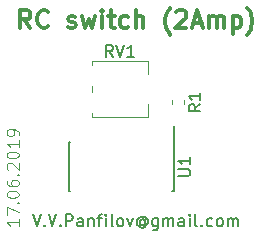
<source format=gbr>
G04 #@! TF.GenerationSoftware,KiCad,Pcbnew,(5.1.0)-1*
G04 #@! TF.CreationDate,2019-06-17T22:32:11+07:00*
G04 #@! TF.ProjectId,RCswitch2,52437377-6974-4636-9832-2e6b69636164,rev?*
G04 #@! TF.SameCoordinates,Original*
G04 #@! TF.FileFunction,Legend,Top*
G04 #@! TF.FilePolarity,Positive*
%FSLAX46Y46*%
G04 Gerber Fmt 4.6, Leading zero omitted, Abs format (unit mm)*
G04 Created by KiCad (PCBNEW (5.1.0)-1) date 2019-06-17 22:32:11*
%MOMM*%
%LPD*%
G04 APERTURE LIST*
%ADD10C,0.100000*%
%ADD11C,0.200000*%
%ADD12C,0.300000*%
%ADD13C,0.150000*%
%ADD14C,0.120000*%
%ADD15R,0.702000X1.602000*%
%ADD16R,1.402000X1.402000*%
%ADD17R,1.402000X2.102000*%
%ADD18C,1.052000*%
%ADD19R,1.802000X1.802000*%
%ADD20O,1.802000X1.802000*%
%ADD21C,1.842000*%
%ADD22O,2.302000X1.842000*%
G04 APERTURE END LIST*
D10*
X29281380Y-56863809D02*
X29281380Y-57435238D01*
X29281380Y-57149523D02*
X28281380Y-57149523D01*
X28424238Y-57244761D01*
X28519476Y-57340000D01*
X28567095Y-57435238D01*
X28281380Y-56530476D02*
X28281380Y-55863809D01*
X29281380Y-56292380D01*
X29186142Y-55482857D02*
X29233761Y-55435238D01*
X29281380Y-55482857D01*
X29233761Y-55530476D01*
X29186142Y-55482857D01*
X29281380Y-55482857D01*
X28281380Y-54816190D02*
X28281380Y-54720952D01*
X28329000Y-54625714D01*
X28376619Y-54578095D01*
X28471857Y-54530476D01*
X28662333Y-54482857D01*
X28900428Y-54482857D01*
X29090904Y-54530476D01*
X29186142Y-54578095D01*
X29233761Y-54625714D01*
X29281380Y-54720952D01*
X29281380Y-54816190D01*
X29233761Y-54911428D01*
X29186142Y-54959047D01*
X29090904Y-55006666D01*
X28900428Y-55054285D01*
X28662333Y-55054285D01*
X28471857Y-55006666D01*
X28376619Y-54959047D01*
X28329000Y-54911428D01*
X28281380Y-54816190D01*
X28281380Y-53625714D02*
X28281380Y-53816190D01*
X28329000Y-53911428D01*
X28376619Y-53959047D01*
X28519476Y-54054285D01*
X28709952Y-54101904D01*
X29090904Y-54101904D01*
X29186142Y-54054285D01*
X29233761Y-54006666D01*
X29281380Y-53911428D01*
X29281380Y-53720952D01*
X29233761Y-53625714D01*
X29186142Y-53578095D01*
X29090904Y-53530476D01*
X28852809Y-53530476D01*
X28757571Y-53578095D01*
X28709952Y-53625714D01*
X28662333Y-53720952D01*
X28662333Y-53911428D01*
X28709952Y-54006666D01*
X28757571Y-54054285D01*
X28852809Y-54101904D01*
X29186142Y-53101904D02*
X29233761Y-53054285D01*
X29281380Y-53101904D01*
X29233761Y-53149523D01*
X29186142Y-53101904D01*
X29281380Y-53101904D01*
X28376619Y-52673333D02*
X28329000Y-52625714D01*
X28281380Y-52530476D01*
X28281380Y-52292380D01*
X28329000Y-52197142D01*
X28376619Y-52149523D01*
X28471857Y-52101904D01*
X28567095Y-52101904D01*
X28709952Y-52149523D01*
X29281380Y-52720952D01*
X29281380Y-52101904D01*
X28281380Y-51482857D02*
X28281380Y-51387619D01*
X28329000Y-51292380D01*
X28376619Y-51244761D01*
X28471857Y-51197142D01*
X28662333Y-51149523D01*
X28900428Y-51149523D01*
X29090904Y-51197142D01*
X29186142Y-51244761D01*
X29233761Y-51292380D01*
X29281380Y-51387619D01*
X29281380Y-51482857D01*
X29233761Y-51578095D01*
X29186142Y-51625714D01*
X29090904Y-51673333D01*
X28900428Y-51720952D01*
X28662333Y-51720952D01*
X28471857Y-51673333D01*
X28376619Y-51625714D01*
X28329000Y-51578095D01*
X28281380Y-51482857D01*
X29281380Y-50197142D02*
X29281380Y-50768571D01*
X29281380Y-50482857D02*
X28281380Y-50482857D01*
X28424238Y-50578095D01*
X28519476Y-50673333D01*
X28567095Y-50768571D01*
X29281380Y-49720952D02*
X29281380Y-49530476D01*
X29233761Y-49435238D01*
X29186142Y-49387619D01*
X29043285Y-49292380D01*
X28852809Y-49244761D01*
X28471857Y-49244761D01*
X28376619Y-49292380D01*
X28329000Y-49340000D01*
X28281380Y-49435238D01*
X28281380Y-49625714D01*
X28329000Y-49720952D01*
X28376619Y-49768571D01*
X28471857Y-49816190D01*
X28709952Y-49816190D01*
X28805190Y-49768571D01*
X28852809Y-49720952D01*
X28900428Y-49625714D01*
X28900428Y-49435238D01*
X28852809Y-49340000D01*
X28805190Y-49292380D01*
X28709952Y-49244761D01*
D11*
X30481095Y-56475380D02*
X30814428Y-57475380D01*
X31147761Y-56475380D01*
X31481095Y-57380142D02*
X31528714Y-57427761D01*
X31481095Y-57475380D01*
X31433476Y-57427761D01*
X31481095Y-57380142D01*
X31481095Y-57475380D01*
X31814428Y-56475380D02*
X32147761Y-57475380D01*
X32481095Y-56475380D01*
X32814428Y-57380142D02*
X32862047Y-57427761D01*
X32814428Y-57475380D01*
X32766809Y-57427761D01*
X32814428Y-57380142D01*
X32814428Y-57475380D01*
X33290619Y-57475380D02*
X33290619Y-56475380D01*
X33671571Y-56475380D01*
X33766809Y-56523000D01*
X33814428Y-56570619D01*
X33862047Y-56665857D01*
X33862047Y-56808714D01*
X33814428Y-56903952D01*
X33766809Y-56951571D01*
X33671571Y-56999190D01*
X33290619Y-56999190D01*
X34719190Y-57475380D02*
X34719190Y-56951571D01*
X34671571Y-56856333D01*
X34576333Y-56808714D01*
X34385857Y-56808714D01*
X34290619Y-56856333D01*
X34719190Y-57427761D02*
X34623952Y-57475380D01*
X34385857Y-57475380D01*
X34290619Y-57427761D01*
X34243000Y-57332523D01*
X34243000Y-57237285D01*
X34290619Y-57142047D01*
X34385857Y-57094428D01*
X34623952Y-57094428D01*
X34719190Y-57046809D01*
X35195380Y-56808714D02*
X35195380Y-57475380D01*
X35195380Y-56903952D02*
X35243000Y-56856333D01*
X35338238Y-56808714D01*
X35481095Y-56808714D01*
X35576333Y-56856333D01*
X35623952Y-56951571D01*
X35623952Y-57475380D01*
X35957285Y-56808714D02*
X36338238Y-56808714D01*
X36100142Y-57475380D02*
X36100142Y-56618238D01*
X36147761Y-56523000D01*
X36243000Y-56475380D01*
X36338238Y-56475380D01*
X36671571Y-57475380D02*
X36671571Y-56808714D01*
X36671571Y-56475380D02*
X36623952Y-56523000D01*
X36671571Y-56570619D01*
X36719190Y-56523000D01*
X36671571Y-56475380D01*
X36671571Y-56570619D01*
X37290619Y-57475380D02*
X37195380Y-57427761D01*
X37147761Y-57332523D01*
X37147761Y-56475380D01*
X37814428Y-57475380D02*
X37719190Y-57427761D01*
X37671571Y-57380142D01*
X37623952Y-57284904D01*
X37623952Y-56999190D01*
X37671571Y-56903952D01*
X37719190Y-56856333D01*
X37814428Y-56808714D01*
X37957285Y-56808714D01*
X38052523Y-56856333D01*
X38100142Y-56903952D01*
X38147761Y-56999190D01*
X38147761Y-57284904D01*
X38100142Y-57380142D01*
X38052523Y-57427761D01*
X37957285Y-57475380D01*
X37814428Y-57475380D01*
X38481095Y-56808714D02*
X38719190Y-57475380D01*
X38957285Y-56808714D01*
X39957285Y-56999190D02*
X39909666Y-56951571D01*
X39814428Y-56903952D01*
X39719190Y-56903952D01*
X39623952Y-56951571D01*
X39576333Y-56999190D01*
X39528714Y-57094428D01*
X39528714Y-57189666D01*
X39576333Y-57284904D01*
X39623952Y-57332523D01*
X39719190Y-57380142D01*
X39814428Y-57380142D01*
X39909666Y-57332523D01*
X39957285Y-57284904D01*
X39957285Y-56903952D02*
X39957285Y-57284904D01*
X40004904Y-57332523D01*
X40052523Y-57332523D01*
X40147761Y-57284904D01*
X40195380Y-57189666D01*
X40195380Y-56951571D01*
X40100142Y-56808714D01*
X39957285Y-56713476D01*
X39766809Y-56665857D01*
X39576333Y-56713476D01*
X39433476Y-56808714D01*
X39338238Y-56951571D01*
X39290619Y-57142047D01*
X39338238Y-57332523D01*
X39433476Y-57475380D01*
X39576333Y-57570619D01*
X39766809Y-57618238D01*
X39957285Y-57570619D01*
X40100142Y-57475380D01*
X41052523Y-56808714D02*
X41052523Y-57618238D01*
X41004904Y-57713476D01*
X40957285Y-57761095D01*
X40862047Y-57808714D01*
X40719190Y-57808714D01*
X40623952Y-57761095D01*
X41052523Y-57427761D02*
X40957285Y-57475380D01*
X40766809Y-57475380D01*
X40671571Y-57427761D01*
X40623952Y-57380142D01*
X40576333Y-57284904D01*
X40576333Y-56999190D01*
X40623952Y-56903952D01*
X40671571Y-56856333D01*
X40766809Y-56808714D01*
X40957285Y-56808714D01*
X41052523Y-56856333D01*
X41528714Y-57475380D02*
X41528714Y-56808714D01*
X41528714Y-56903952D02*
X41576333Y-56856333D01*
X41671571Y-56808714D01*
X41814428Y-56808714D01*
X41909666Y-56856333D01*
X41957285Y-56951571D01*
X41957285Y-57475380D01*
X41957285Y-56951571D02*
X42004904Y-56856333D01*
X42100142Y-56808714D01*
X42243000Y-56808714D01*
X42338238Y-56856333D01*
X42385857Y-56951571D01*
X42385857Y-57475380D01*
X43290619Y-57475380D02*
X43290619Y-56951571D01*
X43243000Y-56856333D01*
X43147761Y-56808714D01*
X42957285Y-56808714D01*
X42862047Y-56856333D01*
X43290619Y-57427761D02*
X43195380Y-57475380D01*
X42957285Y-57475380D01*
X42862047Y-57427761D01*
X42814428Y-57332523D01*
X42814428Y-57237285D01*
X42862047Y-57142047D01*
X42957285Y-57094428D01*
X43195380Y-57094428D01*
X43290619Y-57046809D01*
X43766809Y-57475380D02*
X43766809Y-56808714D01*
X43766809Y-56475380D02*
X43719190Y-56523000D01*
X43766809Y-56570619D01*
X43814428Y-56523000D01*
X43766809Y-56475380D01*
X43766809Y-56570619D01*
X44385857Y-57475380D02*
X44290619Y-57427761D01*
X44243000Y-57332523D01*
X44243000Y-56475380D01*
X44766809Y-57380142D02*
X44814428Y-57427761D01*
X44766809Y-57475380D01*
X44719190Y-57427761D01*
X44766809Y-57380142D01*
X44766809Y-57475380D01*
X45671571Y-57427761D02*
X45576333Y-57475380D01*
X45385857Y-57475380D01*
X45290619Y-57427761D01*
X45243000Y-57380142D01*
X45195380Y-57284904D01*
X45195380Y-56999190D01*
X45243000Y-56903952D01*
X45290619Y-56856333D01*
X45385857Y-56808714D01*
X45576333Y-56808714D01*
X45671571Y-56856333D01*
X46243000Y-57475380D02*
X46147761Y-57427761D01*
X46100142Y-57380142D01*
X46052523Y-57284904D01*
X46052523Y-56999190D01*
X46100142Y-56903952D01*
X46147761Y-56856333D01*
X46243000Y-56808714D01*
X46385857Y-56808714D01*
X46481095Y-56856333D01*
X46528714Y-56903952D01*
X46576333Y-56999190D01*
X46576333Y-57284904D01*
X46528714Y-57380142D01*
X46481095Y-57427761D01*
X46385857Y-57475380D01*
X46243000Y-57475380D01*
X47004904Y-57475380D02*
X47004904Y-56808714D01*
X47004904Y-56903952D02*
X47052523Y-56856333D01*
X47147761Y-56808714D01*
X47290619Y-56808714D01*
X47385857Y-56856333D01*
X47433476Y-56951571D01*
X47433476Y-57475380D01*
X47433476Y-56951571D02*
X47481095Y-56856333D01*
X47576333Y-56808714D01*
X47719190Y-56808714D01*
X47814428Y-56856333D01*
X47862047Y-56951571D01*
X47862047Y-57475380D01*
D12*
X30278714Y-40683571D02*
X29778714Y-39969285D01*
X29421571Y-40683571D02*
X29421571Y-39183571D01*
X29993000Y-39183571D01*
X30135857Y-39255000D01*
X30207285Y-39326428D01*
X30278714Y-39469285D01*
X30278714Y-39683571D01*
X30207285Y-39826428D01*
X30135857Y-39897857D01*
X29993000Y-39969285D01*
X29421571Y-39969285D01*
X31778714Y-40540714D02*
X31707285Y-40612142D01*
X31493000Y-40683571D01*
X31350142Y-40683571D01*
X31135857Y-40612142D01*
X30993000Y-40469285D01*
X30921571Y-40326428D01*
X30850142Y-40040714D01*
X30850142Y-39826428D01*
X30921571Y-39540714D01*
X30993000Y-39397857D01*
X31135857Y-39255000D01*
X31350142Y-39183571D01*
X31493000Y-39183571D01*
X31707285Y-39255000D01*
X31778714Y-39326428D01*
X33493000Y-40612142D02*
X33635857Y-40683571D01*
X33921571Y-40683571D01*
X34064428Y-40612142D01*
X34135857Y-40469285D01*
X34135857Y-40397857D01*
X34064428Y-40255000D01*
X33921571Y-40183571D01*
X33707285Y-40183571D01*
X33564428Y-40112142D01*
X33493000Y-39969285D01*
X33493000Y-39897857D01*
X33564428Y-39755000D01*
X33707285Y-39683571D01*
X33921571Y-39683571D01*
X34064428Y-39755000D01*
X34635857Y-39683571D02*
X34921571Y-40683571D01*
X35207285Y-39969285D01*
X35493000Y-40683571D01*
X35778714Y-39683571D01*
X36350142Y-40683571D02*
X36350142Y-39683571D01*
X36350142Y-39183571D02*
X36278714Y-39255000D01*
X36350142Y-39326428D01*
X36421571Y-39255000D01*
X36350142Y-39183571D01*
X36350142Y-39326428D01*
X36850142Y-39683571D02*
X37421571Y-39683571D01*
X37064428Y-39183571D02*
X37064428Y-40469285D01*
X37135857Y-40612142D01*
X37278714Y-40683571D01*
X37421571Y-40683571D01*
X38564428Y-40612142D02*
X38421571Y-40683571D01*
X38135857Y-40683571D01*
X37993000Y-40612142D01*
X37921571Y-40540714D01*
X37850142Y-40397857D01*
X37850142Y-39969285D01*
X37921571Y-39826428D01*
X37993000Y-39755000D01*
X38135857Y-39683571D01*
X38421571Y-39683571D01*
X38564428Y-39755000D01*
X39207285Y-40683571D02*
X39207285Y-39183571D01*
X39850142Y-40683571D02*
X39850142Y-39897857D01*
X39778714Y-39755000D01*
X39635857Y-39683571D01*
X39421571Y-39683571D01*
X39278714Y-39755000D01*
X39207285Y-39826428D01*
X42135857Y-41255000D02*
X42064428Y-41183571D01*
X41921571Y-40969285D01*
X41850142Y-40826428D01*
X41778714Y-40612142D01*
X41707285Y-40255000D01*
X41707285Y-39969285D01*
X41778714Y-39612142D01*
X41850142Y-39397857D01*
X41921571Y-39255000D01*
X42064428Y-39040714D01*
X42135857Y-38969285D01*
X42635857Y-39326428D02*
X42707285Y-39255000D01*
X42850142Y-39183571D01*
X43207285Y-39183571D01*
X43350142Y-39255000D01*
X43421571Y-39326428D01*
X43493000Y-39469285D01*
X43493000Y-39612142D01*
X43421571Y-39826428D01*
X42564428Y-40683571D01*
X43493000Y-40683571D01*
X44064428Y-40255000D02*
X44778714Y-40255000D01*
X43921571Y-40683571D02*
X44421571Y-39183571D01*
X44921571Y-40683571D01*
X45421571Y-40683571D02*
X45421571Y-39683571D01*
X45421571Y-39826428D02*
X45493000Y-39755000D01*
X45635857Y-39683571D01*
X45850142Y-39683571D01*
X45993000Y-39755000D01*
X46064428Y-39897857D01*
X46064428Y-40683571D01*
X46064428Y-39897857D02*
X46135857Y-39755000D01*
X46278714Y-39683571D01*
X46493000Y-39683571D01*
X46635857Y-39755000D01*
X46707285Y-39897857D01*
X46707285Y-40683571D01*
X47421571Y-39683571D02*
X47421571Y-41183571D01*
X47421571Y-39755000D02*
X47564428Y-39683571D01*
X47850142Y-39683571D01*
X47993000Y-39755000D01*
X48064428Y-39826428D01*
X48135857Y-39969285D01*
X48135857Y-40397857D01*
X48064428Y-40540714D01*
X47993000Y-40612142D01*
X47850142Y-40683571D01*
X47564428Y-40683571D01*
X47421571Y-40612142D01*
X48635857Y-41255000D02*
X48707285Y-41183571D01*
X48850142Y-40969285D01*
X48921571Y-40826428D01*
X48993000Y-40612142D01*
X49064428Y-40255000D01*
X49064428Y-39969285D01*
X48993000Y-39612142D01*
X48921571Y-39397857D01*
X48850142Y-39255000D01*
X48707285Y-39040714D01*
X48635857Y-38969285D01*
D13*
X42398000Y-50376000D02*
X42398000Y-49001000D01*
X33523000Y-50376000D02*
X33523000Y-54526000D01*
X42423000Y-50376000D02*
X42423000Y-54526000D01*
X33523000Y-50376000D02*
X33638000Y-50376000D01*
X33523000Y-54526000D02*
X33638000Y-54526000D01*
X42423000Y-54526000D02*
X42308000Y-54526000D01*
X42423000Y-50376000D02*
X42398000Y-50376000D01*
D14*
X35476000Y-43477000D02*
X40216000Y-43477000D01*
X35476000Y-48217000D02*
X40216000Y-48217000D01*
X40216000Y-44607000D02*
X40216000Y-43477000D01*
X40216000Y-48217000D02*
X40216000Y-47087000D01*
X35476000Y-46106000D02*
X35476000Y-45587000D01*
X35476000Y-48217000D02*
X35476000Y-47886000D01*
X35476000Y-43807000D02*
X35476000Y-43477000D01*
X42289000Y-46818733D02*
X42289000Y-47161267D01*
X43309000Y-46818733D02*
X43309000Y-47161267D01*
D13*
X42800380Y-53212904D02*
X43609904Y-53212904D01*
X43705142Y-53165285D01*
X43752761Y-53117666D01*
X43800380Y-53022428D01*
X43800380Y-52831952D01*
X43752761Y-52736714D01*
X43705142Y-52689095D01*
X43609904Y-52641476D01*
X42800380Y-52641476D01*
X43800380Y-51641476D02*
X43800380Y-52212904D01*
X43800380Y-51927190D02*
X42800380Y-51927190D01*
X42943238Y-52022428D01*
X43038476Y-52117666D01*
X43086095Y-52212904D01*
X37250761Y-43124380D02*
X36917428Y-42648190D01*
X36679333Y-43124380D02*
X36679333Y-42124380D01*
X37060285Y-42124380D01*
X37155523Y-42172000D01*
X37203142Y-42219619D01*
X37250761Y-42314857D01*
X37250761Y-42457714D01*
X37203142Y-42552952D01*
X37155523Y-42600571D01*
X37060285Y-42648190D01*
X36679333Y-42648190D01*
X37536476Y-42124380D02*
X37869809Y-43124380D01*
X38203142Y-42124380D01*
X39060285Y-43124380D02*
X38488857Y-43124380D01*
X38774571Y-43124380D02*
X38774571Y-42124380D01*
X38679333Y-42267238D01*
X38584095Y-42362476D01*
X38488857Y-42410095D01*
X44681380Y-47156666D02*
X44205190Y-47490000D01*
X44681380Y-47728095D02*
X43681380Y-47728095D01*
X43681380Y-47347142D01*
X43729000Y-47251904D01*
X43776619Y-47204285D01*
X43871857Y-47156666D01*
X44014714Y-47156666D01*
X44109952Y-47204285D01*
X44157571Y-47251904D01*
X44205190Y-47347142D01*
X44205190Y-47728095D01*
X44681380Y-46204285D02*
X44681380Y-46775714D01*
X44681380Y-46490000D02*
X43681380Y-46490000D01*
X43824238Y-46585238D01*
X43919476Y-46680476D01*
X43967095Y-46775714D01*
%LPC*%
D15*
X41783000Y-55151000D03*
X40513000Y-55151000D03*
X39243000Y-55151000D03*
X37973000Y-55151000D03*
X36703000Y-55151000D03*
X35433000Y-55151000D03*
X34163000Y-55151000D03*
X34163000Y-49751000D03*
X35433000Y-49751000D03*
X36703000Y-49751000D03*
X37973000Y-49751000D03*
X39243000Y-49751000D03*
X40513000Y-49751000D03*
X41783000Y-49751000D03*
D16*
X35096000Y-46997000D03*
D17*
X40596000Y-45847000D03*
D16*
X35096000Y-44697000D03*
D10*
G36*
X43087779Y-47290266D02*
G01*
X43113309Y-47294053D01*
X43138345Y-47300325D01*
X43162646Y-47309020D01*
X43185977Y-47320055D01*
X43208115Y-47333323D01*
X43228845Y-47348698D01*
X43247969Y-47366031D01*
X43265302Y-47385155D01*
X43280677Y-47405885D01*
X43293945Y-47428023D01*
X43304980Y-47451354D01*
X43313675Y-47475655D01*
X43319947Y-47500691D01*
X43323734Y-47526221D01*
X43325000Y-47552000D01*
X43325000Y-48178000D01*
X43323734Y-48203779D01*
X43319947Y-48229309D01*
X43313675Y-48254345D01*
X43304980Y-48278646D01*
X43293945Y-48301977D01*
X43280677Y-48324115D01*
X43265302Y-48344845D01*
X43247969Y-48363969D01*
X43228845Y-48381302D01*
X43208115Y-48396677D01*
X43185977Y-48409945D01*
X43162646Y-48420980D01*
X43138345Y-48429675D01*
X43113309Y-48435947D01*
X43087779Y-48439734D01*
X43062000Y-48441000D01*
X42536000Y-48441000D01*
X42510221Y-48439734D01*
X42484691Y-48435947D01*
X42459655Y-48429675D01*
X42435354Y-48420980D01*
X42412023Y-48409945D01*
X42389885Y-48396677D01*
X42369155Y-48381302D01*
X42350031Y-48363969D01*
X42332698Y-48344845D01*
X42317323Y-48324115D01*
X42304055Y-48301977D01*
X42293020Y-48278646D01*
X42284325Y-48254345D01*
X42278053Y-48229309D01*
X42274266Y-48203779D01*
X42273000Y-48178000D01*
X42273000Y-47552000D01*
X42274266Y-47526221D01*
X42278053Y-47500691D01*
X42284325Y-47475655D01*
X42293020Y-47451354D01*
X42304055Y-47428023D01*
X42317323Y-47405885D01*
X42332698Y-47385155D01*
X42350031Y-47366031D01*
X42369155Y-47348698D01*
X42389885Y-47333323D01*
X42412023Y-47320055D01*
X42435354Y-47309020D01*
X42459655Y-47300325D01*
X42484691Y-47294053D01*
X42510221Y-47290266D01*
X42536000Y-47289000D01*
X43062000Y-47289000D01*
X43087779Y-47290266D01*
X43087779Y-47290266D01*
G37*
D18*
X42799000Y-47865000D03*
D10*
G36*
X43087779Y-45540266D02*
G01*
X43113309Y-45544053D01*
X43138345Y-45550325D01*
X43162646Y-45559020D01*
X43185977Y-45570055D01*
X43208115Y-45583323D01*
X43228845Y-45598698D01*
X43247969Y-45616031D01*
X43265302Y-45635155D01*
X43280677Y-45655885D01*
X43293945Y-45678023D01*
X43304980Y-45701354D01*
X43313675Y-45725655D01*
X43319947Y-45750691D01*
X43323734Y-45776221D01*
X43325000Y-45802000D01*
X43325000Y-46428000D01*
X43323734Y-46453779D01*
X43319947Y-46479309D01*
X43313675Y-46504345D01*
X43304980Y-46528646D01*
X43293945Y-46551977D01*
X43280677Y-46574115D01*
X43265302Y-46594845D01*
X43247969Y-46613969D01*
X43228845Y-46631302D01*
X43208115Y-46646677D01*
X43185977Y-46659945D01*
X43162646Y-46670980D01*
X43138345Y-46679675D01*
X43113309Y-46685947D01*
X43087779Y-46689734D01*
X43062000Y-46691000D01*
X42536000Y-46691000D01*
X42510221Y-46689734D01*
X42484691Y-46685947D01*
X42459655Y-46679675D01*
X42435354Y-46670980D01*
X42412023Y-46659945D01*
X42389885Y-46646677D01*
X42369155Y-46631302D01*
X42350031Y-46613969D01*
X42332698Y-46594845D01*
X42317323Y-46574115D01*
X42304055Y-46551977D01*
X42293020Y-46528646D01*
X42284325Y-46504345D01*
X42278053Y-46479309D01*
X42274266Y-46453779D01*
X42273000Y-46428000D01*
X42273000Y-45802000D01*
X42274266Y-45776221D01*
X42278053Y-45750691D01*
X42284325Y-45725655D01*
X42293020Y-45701354D01*
X42304055Y-45678023D01*
X42317323Y-45655885D01*
X42332698Y-45635155D01*
X42350031Y-45616031D01*
X42369155Y-45598698D01*
X42389885Y-45583323D01*
X42412023Y-45570055D01*
X42435354Y-45559020D01*
X42459655Y-45550325D01*
X42484691Y-45544053D01*
X42510221Y-45540266D01*
X42536000Y-45539000D01*
X43062000Y-45539000D01*
X43087779Y-45540266D01*
X43087779Y-45540266D01*
G37*
D18*
X42799000Y-46115000D03*
D19*
X31242000Y-49276000D03*
D20*
X31242000Y-51816000D03*
X31242000Y-54356000D03*
D10*
G36*
X31011287Y-44419274D02*
G01*
X31036977Y-44423085D01*
X31062171Y-44429396D01*
X31086625Y-44438146D01*
X31110103Y-44449250D01*
X31132380Y-44462602D01*
X31153241Y-44478074D01*
X31172485Y-44495515D01*
X31189926Y-44514759D01*
X31205398Y-44535620D01*
X31218750Y-44557897D01*
X31229854Y-44581375D01*
X31238604Y-44605829D01*
X31244915Y-44631023D01*
X31248726Y-44656713D01*
X31250000Y-44682654D01*
X31250000Y-45995346D01*
X31248726Y-46021287D01*
X31244915Y-46046977D01*
X31238604Y-46072171D01*
X31229854Y-46096625D01*
X31218750Y-46120103D01*
X31205398Y-46142380D01*
X31189926Y-46163241D01*
X31172485Y-46182485D01*
X31153241Y-46199926D01*
X31132380Y-46215398D01*
X31110103Y-46228750D01*
X31086625Y-46239854D01*
X31062171Y-46248604D01*
X31036977Y-46254915D01*
X31011287Y-46258726D01*
X30985346Y-46260000D01*
X29212654Y-46260000D01*
X29186713Y-46258726D01*
X29161023Y-46254915D01*
X29135829Y-46248604D01*
X29111375Y-46239854D01*
X29087897Y-46228750D01*
X29065620Y-46215398D01*
X29044759Y-46199926D01*
X29025515Y-46182485D01*
X29008074Y-46163241D01*
X28992602Y-46142380D01*
X28979250Y-46120103D01*
X28968146Y-46096625D01*
X28959396Y-46072171D01*
X28953085Y-46046977D01*
X28949274Y-46021287D01*
X28948000Y-45995346D01*
X28948000Y-44682654D01*
X28949274Y-44656713D01*
X28953085Y-44631023D01*
X28959396Y-44605829D01*
X28968146Y-44581375D01*
X28979250Y-44557897D01*
X28992602Y-44535620D01*
X29008074Y-44514759D01*
X29025515Y-44495515D01*
X29044759Y-44478074D01*
X29065620Y-44462602D01*
X29087897Y-44449250D01*
X29111375Y-44438146D01*
X29135829Y-44429396D01*
X29161023Y-44423085D01*
X29186713Y-44419274D01*
X29212654Y-44418000D01*
X30985346Y-44418000D01*
X31011287Y-44419274D01*
X31011287Y-44419274D01*
G37*
D21*
X30099000Y-45339000D03*
D22*
X30099000Y-42799000D03*
D10*
G36*
X48156287Y-53436274D02*
G01*
X48181977Y-53440085D01*
X48207171Y-53446396D01*
X48231625Y-53455146D01*
X48255103Y-53466250D01*
X48277380Y-53479602D01*
X48298241Y-53495074D01*
X48317485Y-53512515D01*
X48334926Y-53531759D01*
X48350398Y-53552620D01*
X48363750Y-53574897D01*
X48374854Y-53598375D01*
X48383604Y-53622829D01*
X48389915Y-53648023D01*
X48393726Y-53673713D01*
X48395000Y-53699654D01*
X48395000Y-55012346D01*
X48393726Y-55038287D01*
X48389915Y-55063977D01*
X48383604Y-55089171D01*
X48374854Y-55113625D01*
X48363750Y-55137103D01*
X48350398Y-55159380D01*
X48334926Y-55180241D01*
X48317485Y-55199485D01*
X48298241Y-55216926D01*
X48277380Y-55232398D01*
X48255103Y-55245750D01*
X48231625Y-55256854D01*
X48207171Y-55265604D01*
X48181977Y-55271915D01*
X48156287Y-55275726D01*
X48130346Y-55277000D01*
X46357654Y-55277000D01*
X46331713Y-55275726D01*
X46306023Y-55271915D01*
X46280829Y-55265604D01*
X46256375Y-55256854D01*
X46232897Y-55245750D01*
X46210620Y-55232398D01*
X46189759Y-55216926D01*
X46170515Y-55199485D01*
X46153074Y-55180241D01*
X46137602Y-55159380D01*
X46124250Y-55137103D01*
X46113146Y-55113625D01*
X46104396Y-55089171D01*
X46098085Y-55063977D01*
X46094274Y-55038287D01*
X46093000Y-55012346D01*
X46093000Y-53699654D01*
X46094274Y-53673713D01*
X46098085Y-53648023D01*
X46104396Y-53622829D01*
X46113146Y-53598375D01*
X46124250Y-53574897D01*
X46137602Y-53552620D01*
X46153074Y-53531759D01*
X46170515Y-53512515D01*
X46189759Y-53495074D01*
X46210620Y-53479602D01*
X46232897Y-53466250D01*
X46256375Y-53455146D01*
X46280829Y-53446396D01*
X46306023Y-53440085D01*
X46331713Y-53436274D01*
X46357654Y-53435000D01*
X48130346Y-53435000D01*
X48156287Y-53436274D01*
X48156287Y-53436274D01*
G37*
D21*
X47244000Y-54356000D03*
D22*
X47244000Y-51816000D03*
D10*
G36*
X48156287Y-44546274D02*
G01*
X48181977Y-44550085D01*
X48207171Y-44556396D01*
X48231625Y-44565146D01*
X48255103Y-44576250D01*
X48277380Y-44589602D01*
X48298241Y-44605074D01*
X48317485Y-44622515D01*
X48334926Y-44641759D01*
X48350398Y-44662620D01*
X48363750Y-44684897D01*
X48374854Y-44708375D01*
X48383604Y-44732829D01*
X48389915Y-44758023D01*
X48393726Y-44783713D01*
X48395000Y-44809654D01*
X48395000Y-46122346D01*
X48393726Y-46148287D01*
X48389915Y-46173977D01*
X48383604Y-46199171D01*
X48374854Y-46223625D01*
X48363750Y-46247103D01*
X48350398Y-46269380D01*
X48334926Y-46290241D01*
X48317485Y-46309485D01*
X48298241Y-46326926D01*
X48277380Y-46342398D01*
X48255103Y-46355750D01*
X48231625Y-46366854D01*
X48207171Y-46375604D01*
X48181977Y-46381915D01*
X48156287Y-46385726D01*
X48130346Y-46387000D01*
X46357654Y-46387000D01*
X46331713Y-46385726D01*
X46306023Y-46381915D01*
X46280829Y-46375604D01*
X46256375Y-46366854D01*
X46232897Y-46355750D01*
X46210620Y-46342398D01*
X46189759Y-46326926D01*
X46170515Y-46309485D01*
X46153074Y-46290241D01*
X46137602Y-46269380D01*
X46124250Y-46247103D01*
X46113146Y-46223625D01*
X46104396Y-46199171D01*
X46098085Y-46173977D01*
X46094274Y-46148287D01*
X46093000Y-46122346D01*
X46093000Y-44809654D01*
X46094274Y-44783713D01*
X46098085Y-44758023D01*
X46104396Y-44732829D01*
X46113146Y-44708375D01*
X46124250Y-44684897D01*
X46137602Y-44662620D01*
X46153074Y-44641759D01*
X46170515Y-44622515D01*
X46189759Y-44605074D01*
X46210620Y-44589602D01*
X46232897Y-44576250D01*
X46256375Y-44565146D01*
X46280829Y-44556396D01*
X46306023Y-44550085D01*
X46331713Y-44546274D01*
X46357654Y-44545000D01*
X48130346Y-44545000D01*
X48156287Y-44546274D01*
X48156287Y-44546274D01*
G37*
D21*
X47244000Y-45466000D03*
D22*
X47244000Y-42926000D03*
M02*

</source>
